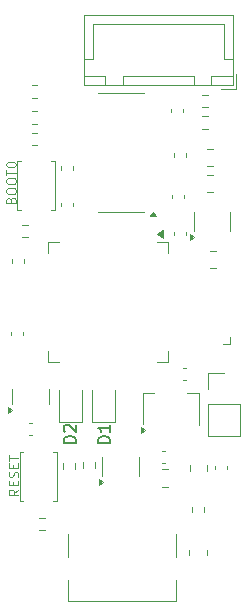
<source format=gbr>
%TF.GenerationSoftware,KiCad,Pcbnew,9.0.2*%
%TF.CreationDate,2025-06-14T09:22:04-04:00*%
%TF.ProjectId,plimsoll,706c696d-736f-46c6-9c2e-6b696361645f,rev?*%
%TF.SameCoordinates,Original*%
%TF.FileFunction,Legend,Top*%
%TF.FilePolarity,Positive*%
%FSLAX46Y46*%
G04 Gerber Fmt 4.6, Leading zero omitted, Abs format (unit mm)*
G04 Created by KiCad (PCBNEW 9.0.2) date 2025-06-14 09:22:04*
%MOMM*%
%LPD*%
G01*
G04 APERTURE LIST*
%ADD10C,0.100000*%
%ADD11C,0.150000*%
%ADD12C,0.120000*%
G04 APERTURE END LIST*
D10*
X20577847Y-36177068D02*
X20615942Y-36062782D01*
X20615942Y-36062782D02*
X20654038Y-36024687D01*
X20654038Y-36024687D02*
X20730228Y-35986591D01*
X20730228Y-35986591D02*
X20844514Y-35986591D01*
X20844514Y-35986591D02*
X20920704Y-36024687D01*
X20920704Y-36024687D02*
X20958800Y-36062782D01*
X20958800Y-36062782D02*
X20996895Y-36138972D01*
X20996895Y-36138972D02*
X20996895Y-36443734D01*
X20996895Y-36443734D02*
X20196895Y-36443734D01*
X20196895Y-36443734D02*
X20196895Y-36177068D01*
X20196895Y-36177068D02*
X20234990Y-36100877D01*
X20234990Y-36100877D02*
X20273085Y-36062782D01*
X20273085Y-36062782D02*
X20349276Y-36024687D01*
X20349276Y-36024687D02*
X20425466Y-36024687D01*
X20425466Y-36024687D02*
X20501657Y-36062782D01*
X20501657Y-36062782D02*
X20539752Y-36100877D01*
X20539752Y-36100877D02*
X20577847Y-36177068D01*
X20577847Y-36177068D02*
X20577847Y-36443734D01*
X20196895Y-35491353D02*
X20196895Y-35338972D01*
X20196895Y-35338972D02*
X20234990Y-35262782D01*
X20234990Y-35262782D02*
X20311180Y-35186591D01*
X20311180Y-35186591D02*
X20463561Y-35148496D01*
X20463561Y-35148496D02*
X20730228Y-35148496D01*
X20730228Y-35148496D02*
X20882609Y-35186591D01*
X20882609Y-35186591D02*
X20958800Y-35262782D01*
X20958800Y-35262782D02*
X20996895Y-35338972D01*
X20996895Y-35338972D02*
X20996895Y-35491353D01*
X20996895Y-35491353D02*
X20958800Y-35567544D01*
X20958800Y-35567544D02*
X20882609Y-35643734D01*
X20882609Y-35643734D02*
X20730228Y-35681830D01*
X20730228Y-35681830D02*
X20463561Y-35681830D01*
X20463561Y-35681830D02*
X20311180Y-35643734D01*
X20311180Y-35643734D02*
X20234990Y-35567544D01*
X20234990Y-35567544D02*
X20196895Y-35491353D01*
X20196895Y-34653258D02*
X20196895Y-34500877D01*
X20196895Y-34500877D02*
X20234990Y-34424687D01*
X20234990Y-34424687D02*
X20311180Y-34348496D01*
X20311180Y-34348496D02*
X20463561Y-34310401D01*
X20463561Y-34310401D02*
X20730228Y-34310401D01*
X20730228Y-34310401D02*
X20882609Y-34348496D01*
X20882609Y-34348496D02*
X20958800Y-34424687D01*
X20958800Y-34424687D02*
X20996895Y-34500877D01*
X20996895Y-34500877D02*
X20996895Y-34653258D01*
X20996895Y-34653258D02*
X20958800Y-34729449D01*
X20958800Y-34729449D02*
X20882609Y-34805639D01*
X20882609Y-34805639D02*
X20730228Y-34843735D01*
X20730228Y-34843735D02*
X20463561Y-34843735D01*
X20463561Y-34843735D02*
X20311180Y-34805639D01*
X20311180Y-34805639D02*
X20234990Y-34729449D01*
X20234990Y-34729449D02*
X20196895Y-34653258D01*
X20196895Y-34081830D02*
X20196895Y-33624687D01*
X20996895Y-33853259D02*
X20196895Y-33853259D01*
X20196895Y-33205639D02*
X20196895Y-33129449D01*
X20196895Y-33129449D02*
X20234990Y-33053258D01*
X20234990Y-33053258D02*
X20273085Y-33015163D01*
X20273085Y-33015163D02*
X20349276Y-32977068D01*
X20349276Y-32977068D02*
X20501657Y-32938973D01*
X20501657Y-32938973D02*
X20692133Y-32938973D01*
X20692133Y-32938973D02*
X20844514Y-32977068D01*
X20844514Y-32977068D02*
X20920704Y-33015163D01*
X20920704Y-33015163D02*
X20958800Y-33053258D01*
X20958800Y-33053258D02*
X20996895Y-33129449D01*
X20996895Y-33129449D02*
X20996895Y-33205639D01*
X20996895Y-33205639D02*
X20958800Y-33281830D01*
X20958800Y-33281830D02*
X20920704Y-33319925D01*
X20920704Y-33319925D02*
X20844514Y-33358020D01*
X20844514Y-33358020D02*
X20692133Y-33396116D01*
X20692133Y-33396116D02*
X20501657Y-33396116D01*
X20501657Y-33396116D02*
X20349276Y-33358020D01*
X20349276Y-33358020D02*
X20273085Y-33319925D01*
X20273085Y-33319925D02*
X20234990Y-33281830D01*
X20234990Y-33281830D02*
X20196895Y-33205639D01*
X21196895Y-60686591D02*
X20815942Y-60953258D01*
X21196895Y-61143734D02*
X20396895Y-61143734D01*
X20396895Y-61143734D02*
X20396895Y-60838972D01*
X20396895Y-60838972D02*
X20434990Y-60762782D01*
X20434990Y-60762782D02*
X20473085Y-60724687D01*
X20473085Y-60724687D02*
X20549276Y-60686591D01*
X20549276Y-60686591D02*
X20663561Y-60686591D01*
X20663561Y-60686591D02*
X20739752Y-60724687D01*
X20739752Y-60724687D02*
X20777847Y-60762782D01*
X20777847Y-60762782D02*
X20815942Y-60838972D01*
X20815942Y-60838972D02*
X20815942Y-61143734D01*
X20777847Y-60343734D02*
X20777847Y-60077068D01*
X21196895Y-59962782D02*
X21196895Y-60343734D01*
X21196895Y-60343734D02*
X20396895Y-60343734D01*
X20396895Y-60343734D02*
X20396895Y-59962782D01*
X21158800Y-59658020D02*
X21196895Y-59543734D01*
X21196895Y-59543734D02*
X21196895Y-59353258D01*
X21196895Y-59353258D02*
X21158800Y-59277067D01*
X21158800Y-59277067D02*
X21120704Y-59238972D01*
X21120704Y-59238972D02*
X21044514Y-59200877D01*
X21044514Y-59200877D02*
X20968323Y-59200877D01*
X20968323Y-59200877D02*
X20892133Y-59238972D01*
X20892133Y-59238972D02*
X20854038Y-59277067D01*
X20854038Y-59277067D02*
X20815942Y-59353258D01*
X20815942Y-59353258D02*
X20777847Y-59505639D01*
X20777847Y-59505639D02*
X20739752Y-59581829D01*
X20739752Y-59581829D02*
X20701657Y-59619924D01*
X20701657Y-59619924D02*
X20625466Y-59658020D01*
X20625466Y-59658020D02*
X20549276Y-59658020D01*
X20549276Y-59658020D02*
X20473085Y-59619924D01*
X20473085Y-59619924D02*
X20434990Y-59581829D01*
X20434990Y-59581829D02*
X20396895Y-59505639D01*
X20396895Y-59505639D02*
X20396895Y-59315162D01*
X20396895Y-59315162D02*
X20434990Y-59200877D01*
X20777847Y-58858019D02*
X20777847Y-58591353D01*
X21196895Y-58477067D02*
X21196895Y-58858019D01*
X21196895Y-58858019D02*
X20396895Y-58858019D01*
X20396895Y-58858019D02*
X20396895Y-58477067D01*
X20396895Y-58248495D02*
X20396895Y-57791352D01*
X21196895Y-58019924D02*
X20396895Y-58019924D01*
D11*
X26054819Y-56738094D02*
X25054819Y-56738094D01*
X25054819Y-56738094D02*
X25054819Y-56499999D01*
X25054819Y-56499999D02*
X25102438Y-56357142D01*
X25102438Y-56357142D02*
X25197676Y-56261904D01*
X25197676Y-56261904D02*
X25292914Y-56214285D01*
X25292914Y-56214285D02*
X25483390Y-56166666D01*
X25483390Y-56166666D02*
X25626247Y-56166666D01*
X25626247Y-56166666D02*
X25816723Y-56214285D01*
X25816723Y-56214285D02*
X25911961Y-56261904D01*
X25911961Y-56261904D02*
X26007200Y-56357142D01*
X26007200Y-56357142D02*
X26054819Y-56499999D01*
X26054819Y-56499999D02*
X26054819Y-56738094D01*
X25150057Y-55785713D02*
X25102438Y-55738094D01*
X25102438Y-55738094D02*
X25054819Y-55642856D01*
X25054819Y-55642856D02*
X25054819Y-55404761D01*
X25054819Y-55404761D02*
X25102438Y-55309523D01*
X25102438Y-55309523D02*
X25150057Y-55261904D01*
X25150057Y-55261904D02*
X25245295Y-55214285D01*
X25245295Y-55214285D02*
X25340533Y-55214285D01*
X25340533Y-55214285D02*
X25483390Y-55261904D01*
X25483390Y-55261904D02*
X26054819Y-55833332D01*
X26054819Y-55833332D02*
X26054819Y-55214285D01*
X28954819Y-56738094D02*
X27954819Y-56738094D01*
X27954819Y-56738094D02*
X27954819Y-56499999D01*
X27954819Y-56499999D02*
X28002438Y-56357142D01*
X28002438Y-56357142D02*
X28097676Y-56261904D01*
X28097676Y-56261904D02*
X28192914Y-56214285D01*
X28192914Y-56214285D02*
X28383390Y-56166666D01*
X28383390Y-56166666D02*
X28526247Y-56166666D01*
X28526247Y-56166666D02*
X28716723Y-56214285D01*
X28716723Y-56214285D02*
X28811961Y-56261904D01*
X28811961Y-56261904D02*
X28907200Y-56357142D01*
X28907200Y-56357142D02*
X28954819Y-56499999D01*
X28954819Y-56499999D02*
X28954819Y-56738094D01*
X28954819Y-55214285D02*
X28954819Y-55785713D01*
X28954819Y-55499999D02*
X27954819Y-55499999D01*
X27954819Y-55499999D02*
X28097676Y-55595237D01*
X28097676Y-55595237D02*
X28192914Y-55690475D01*
X28192914Y-55690475D02*
X28240533Y-55785713D01*
D12*
%TO.C,R4*%
X21537742Y-38277500D02*
X22012258Y-38277500D01*
X21537742Y-39322500D02*
X22012258Y-39322500D01*
%TO.C,J4*%
X37220000Y-50820000D02*
X38600000Y-50820000D01*
X37220000Y-52200000D02*
X37220000Y-50820000D01*
X37220000Y-53470000D02*
X37220000Y-56120000D01*
X37220000Y-53470000D02*
X39980000Y-53470000D01*
X37220000Y-56120000D02*
X39980000Y-56120000D01*
X39980000Y-53470000D02*
X39980000Y-56120000D01*
%TO.C,R12*%
X22337742Y-30477500D02*
X22812258Y-30477500D01*
X22337742Y-31522500D02*
X22812258Y-31522500D01*
%TO.C,J3*%
X26740000Y-20490000D02*
X26740000Y-26460000D01*
X26740000Y-26460000D02*
X39360000Y-26460000D01*
X26750000Y-24200000D02*
X27500000Y-24200000D01*
X26750000Y-25700000D02*
X26750000Y-26450000D01*
X26750000Y-26450000D02*
X28550000Y-26450000D01*
X27500000Y-21250000D02*
X33050000Y-21250000D01*
X27500000Y-24200000D02*
X27500000Y-21250000D01*
X28550000Y-25700000D02*
X26750000Y-25700000D01*
X28550000Y-26450000D02*
X28550000Y-25700000D01*
X30050000Y-25700000D02*
X30050000Y-26450000D01*
X30050000Y-26450000D02*
X36050000Y-26450000D01*
X36050000Y-25700000D02*
X30050000Y-25700000D01*
X36050000Y-26450000D02*
X36050000Y-25700000D01*
X37550000Y-25700000D02*
X37550000Y-26450000D01*
X37550000Y-26450000D02*
X39350000Y-26450000D01*
X38400000Y-26750000D02*
X39650000Y-26750000D01*
X38600000Y-21250000D02*
X33050000Y-21250000D01*
X38600000Y-24200000D02*
X38600000Y-21250000D01*
X39350000Y-24200000D02*
X38600000Y-24200000D01*
X39350000Y-25700000D02*
X37550000Y-25700000D01*
X39350000Y-26450000D02*
X39350000Y-25700000D01*
X39360000Y-20490000D02*
X26740000Y-20490000D01*
X39360000Y-26460000D02*
X39360000Y-20490000D01*
X39650000Y-26750000D02*
X39650000Y-25500000D01*
%TO.C,C8*%
X34390000Y-32234420D02*
X34390000Y-32515580D01*
X35410000Y-32234420D02*
X35410000Y-32515580D01*
%TO.C,D2*%
X24640000Y-52262500D02*
X24640000Y-54947500D01*
X24640000Y-54947500D02*
X26560000Y-54947500D01*
X26560000Y-54947500D02*
X26560000Y-52262500D01*
%TO.C,SW2*%
X21130000Y-32850000D02*
X21430000Y-32850000D01*
X21130000Y-36990000D02*
X21130000Y-32850000D01*
X21430000Y-36990000D02*
X21130000Y-36990000D01*
X23970000Y-32850000D02*
X24270000Y-32850000D01*
X24270000Y-32850000D02*
X24270000Y-36990000D01*
X24270000Y-36990000D02*
X23970000Y-36990000D01*
%TO.C,U4*%
X31740000Y-55120000D02*
X31740000Y-52540000D01*
X32720000Y-52540000D02*
X31740000Y-52540000D01*
X35480000Y-52540000D02*
X36460000Y-52540000D01*
X36460000Y-52540000D02*
X36460000Y-55260000D01*
X31890000Y-55670000D02*
X31560000Y-55910000D01*
X31560000Y-55430000D01*
X31890000Y-55670000D01*
G36*
X31890000Y-55670000D02*
G01*
X31560000Y-55910000D01*
X31560000Y-55430000D01*
X31890000Y-55670000D01*
G37*
%TO.C,C11*%
X37188748Y-34065000D02*
X37711252Y-34065000D01*
X37188748Y-35535000D02*
X37711252Y-35535000D01*
%TO.C,C2*%
X33338748Y-58965000D02*
X33861252Y-58965000D01*
X33338748Y-60435000D02*
X33861252Y-60435000D01*
%TO.C,U2*%
X20640000Y-52800000D02*
X20640000Y-52150000D01*
X20640000Y-52800000D02*
X20640000Y-53450000D01*
X23760000Y-52800000D02*
X23760000Y-52150000D01*
X23760000Y-52800000D02*
X23760000Y-53450000D01*
X20690000Y-53962500D02*
X20360000Y-54202500D01*
X20360000Y-53722500D01*
X20690000Y-53962500D01*
G36*
X20690000Y-53962500D02*
G01*
X20360000Y-54202500D01*
X20360000Y-53722500D01*
X20690000Y-53962500D01*
G37*
%TO.C,C4*%
X35715000Y-58588748D02*
X35715000Y-59111252D01*
X37185000Y-58588748D02*
X37185000Y-59111252D01*
%TO.C,R11*%
X22337742Y-28677500D02*
X22812258Y-28677500D01*
X22337742Y-29722500D02*
X22812258Y-29722500D01*
%TO.C,SW1*%
X21330000Y-57550000D02*
X21630000Y-57550000D01*
X21330000Y-61690000D02*
X21330000Y-57550000D01*
X21630000Y-61690000D02*
X21330000Y-61690000D01*
X24170000Y-57550000D02*
X24470000Y-57550000D01*
X24470000Y-57550000D02*
X24470000Y-61690000D01*
X24470000Y-61690000D02*
X24170000Y-61690000D01*
%TO.C,U5*%
X36040000Y-38000000D02*
X36040000Y-37200000D01*
X36040000Y-38000000D02*
X36040000Y-38800000D01*
X39160000Y-38000000D02*
X39160000Y-37200000D01*
X39160000Y-38000000D02*
X39160000Y-38800000D01*
X36090000Y-39300000D02*
X35760000Y-39540000D01*
X35760000Y-39060000D01*
X36090000Y-39300000D01*
G36*
X36090000Y-39300000D02*
G01*
X35760000Y-39540000D01*
X35760000Y-39060000D01*
X36090000Y-39300000D01*
G37*
%TO.C,R13*%
X26677500Y-58387742D02*
X26677500Y-58862258D01*
X27722500Y-58387742D02*
X27722500Y-58862258D01*
%TO.C,U3*%
X23690000Y-39690000D02*
X24640000Y-39690000D01*
X23690000Y-40640000D02*
X23690000Y-39690000D01*
X23690000Y-48960000D02*
X23690000Y-49910000D01*
X23690000Y-49910000D02*
X24640000Y-49910000D01*
X33910000Y-39690000D02*
X32960000Y-39690000D01*
X33910000Y-40640000D02*
X33910000Y-39690000D01*
X33910000Y-48960000D02*
X33910000Y-49910000D01*
X33910000Y-49910000D02*
X32960000Y-49910000D01*
X33430000Y-39415000D02*
X32960000Y-39075000D01*
X33430000Y-38735000D01*
X33430000Y-39415000D01*
G36*
X33430000Y-39415000D02*
G01*
X32960000Y-39075000D01*
X33430000Y-38735000D01*
X33430000Y-39415000D01*
G37*
%TO.C,R5*%
X23437258Y-63077500D02*
X22962742Y-63077500D01*
X23437258Y-64122500D02*
X22962742Y-64122500D01*
%TO.C,U6*%
X29900000Y-27095000D02*
X27950000Y-27095000D01*
X29900000Y-27095000D02*
X31850000Y-27095000D01*
X29900000Y-37215000D02*
X27950000Y-37215000D01*
X29900000Y-37215000D02*
X31850000Y-37215000D01*
X32865000Y-37490000D02*
X32385000Y-37490000D01*
X32625000Y-37160000D01*
X32865000Y-37490000D01*
G36*
X32865000Y-37490000D02*
G01*
X32385000Y-37490000D01*
X32625000Y-37160000D01*
X32865000Y-37490000D01*
G37*
%TO.C,C17*%
X20590000Y-47334420D02*
X20590000Y-47615580D01*
X21610000Y-47334420D02*
X21610000Y-47615580D01*
%TO.C,R1*%
X35665000Y-65772936D02*
X35665000Y-66227064D01*
X37135000Y-65772936D02*
X37135000Y-66227064D01*
%TO.C,C7*%
X34090000Y-28715580D02*
X34090000Y-28434420D01*
X35110000Y-28715580D02*
X35110000Y-28434420D01*
%TO.C,U1*%
X28290000Y-58737500D02*
X28290000Y-57937500D01*
X28290000Y-58737500D02*
X28290000Y-59537500D01*
X31410000Y-58737500D02*
X31410000Y-57937500D01*
X31410000Y-58737500D02*
X31410000Y-59537500D01*
X28340000Y-60037500D02*
X28010000Y-60277500D01*
X28010000Y-59797500D01*
X28340000Y-60037500D01*
G36*
X28340000Y-60037500D02*
G01*
X28010000Y-60277500D01*
X28010000Y-59797500D01*
X28340000Y-60037500D01*
G37*
%TO.C,C13*%
X20690000Y-41184420D02*
X20690000Y-41465580D01*
X21710000Y-41184420D02*
X21710000Y-41465580D01*
%TO.C,R10*%
X22337742Y-26477500D02*
X22812258Y-26477500D01*
X22337742Y-27522500D02*
X22812258Y-27522500D01*
%TO.C,C9*%
X24790000Y-33615580D02*
X24790000Y-33334420D01*
X25810000Y-33615580D02*
X25810000Y-33334420D01*
%TO.C,J1*%
X39135000Y-47740000D02*
X39135000Y-48375000D01*
X39135000Y-48375000D02*
X38500000Y-48375000D01*
%TO.C,R8*%
X36762742Y-29077500D02*
X37237258Y-29077500D01*
X36762742Y-30122500D02*
X37237258Y-30122500D01*
%TO.C,D1*%
X27440000Y-52300000D02*
X27440000Y-54985000D01*
X27440000Y-54985000D02*
X29360000Y-54985000D01*
X29360000Y-54985000D02*
X29360000Y-52300000D01*
%TO.C,C5*%
X37890000Y-58965580D02*
X37890000Y-58684420D01*
X38910000Y-58965580D02*
X38910000Y-58684420D01*
%TO.C,C14*%
X24790000Y-36434420D02*
X24790000Y-36715580D01*
X25810000Y-36434420D02*
X25810000Y-36715580D01*
%TO.C,R14*%
X24977500Y-58437742D02*
X24977500Y-58912258D01*
X26022500Y-58437742D02*
X26022500Y-58912258D01*
%TO.C,R7*%
X36762742Y-27277500D02*
X37237258Y-27277500D01*
X36762742Y-28322500D02*
X37237258Y-28322500D01*
%TO.C,J2*%
X25420000Y-64455000D02*
X25420000Y-66375000D01*
X25420000Y-70090000D02*
X25420000Y-68385000D01*
X34580000Y-66375000D02*
X34580000Y-64455000D01*
X34580000Y-68385000D02*
X34580000Y-70090000D01*
X34580000Y-70090000D02*
X25420000Y-70090000D01*
%TO.C,C15*%
X34390000Y-38884420D02*
X34390000Y-39165580D01*
X35410000Y-38884420D02*
X35410000Y-39165580D01*
%TO.C,C3*%
X33615580Y-57390000D02*
X33334420Y-57390000D01*
X33615580Y-58410000D02*
X33334420Y-58410000D01*
%TO.C,C12*%
X34190000Y-36015580D02*
X34190000Y-35734420D01*
X35210000Y-36015580D02*
X35210000Y-35734420D01*
%TO.C,C16*%
X35415580Y-50390000D02*
X35134420Y-50390000D01*
X35415580Y-51410000D02*
X35134420Y-51410000D01*
%TO.C,R6*%
X35877500Y-62612258D02*
X35877500Y-62137742D01*
X36922500Y-62612258D02*
X36922500Y-62137742D01*
%TO.C,C6*%
X37388748Y-40465000D02*
X37911252Y-40465000D01*
X37388748Y-41935000D02*
X37911252Y-41935000D01*
%TO.C,C1*%
X22365580Y-55090000D02*
X22084420Y-55090000D01*
X22365580Y-56110000D02*
X22084420Y-56110000D01*
%TO.C,C10*%
X37188748Y-31865000D02*
X37711252Y-31865000D01*
X37188748Y-33335000D02*
X37711252Y-33335000D01*
%TD*%
M02*

</source>
